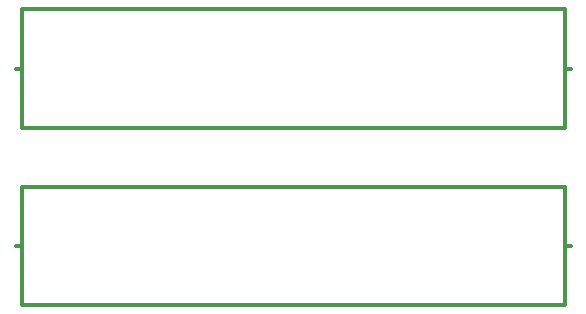
<source format=gbr>
G04 #@! TF.GenerationSoftware,KiCad,Pcbnew,5.0.2-bee76a0~70~ubuntu18.04.1*
G04 #@! TF.CreationDate,2019-01-25T00:46:31-08:00*
G04 #@! TF.ProjectId,power,706f7765-722e-46b6-9963-61645f706362,rev?*
G04 #@! TF.SameCoordinates,Original*
G04 #@! TF.FileFunction,Legend,Bot*
G04 #@! TF.FilePolarity,Positive*
%FSLAX46Y46*%
G04 Gerber Fmt 4.6, Leading zero omitted, Abs format (unit mm)*
G04 Created by KiCad (PCBNEW 5.0.2-bee76a0~70~ubuntu18.04.1) date Fri 25 Jan 2019 12:46:31 AM PST*
%MOMM*%
%LPD*%
G01*
G04 APERTURE LIST*
%ADD10C,0.300000*%
G04 APERTURE END LIST*
D10*
G04 #@! TO.C,R1001*
X172500000Y-74000000D02*
X126500000Y-74000000D01*
X126500000Y-74000000D02*
X126500000Y-84000000D01*
X126500000Y-84000000D02*
X172500000Y-84000000D01*
X172500000Y-84000000D02*
X172500000Y-74000000D01*
X173000000Y-79000000D02*
X172500000Y-79000000D01*
X126500000Y-79000000D02*
X126000000Y-79000000D01*
G04 #@! TO.C,R1002*
X126500000Y-94000000D02*
X126000000Y-94000000D01*
X173000000Y-94000000D02*
X172500000Y-94000000D01*
X172500000Y-99000000D02*
X172500000Y-89000000D01*
X126500000Y-99000000D02*
X172500000Y-99000000D01*
X126500000Y-89000000D02*
X126500000Y-99000000D01*
X172500000Y-89000000D02*
X126500000Y-89000000D01*
G04 #@! TD*
M02*

</source>
